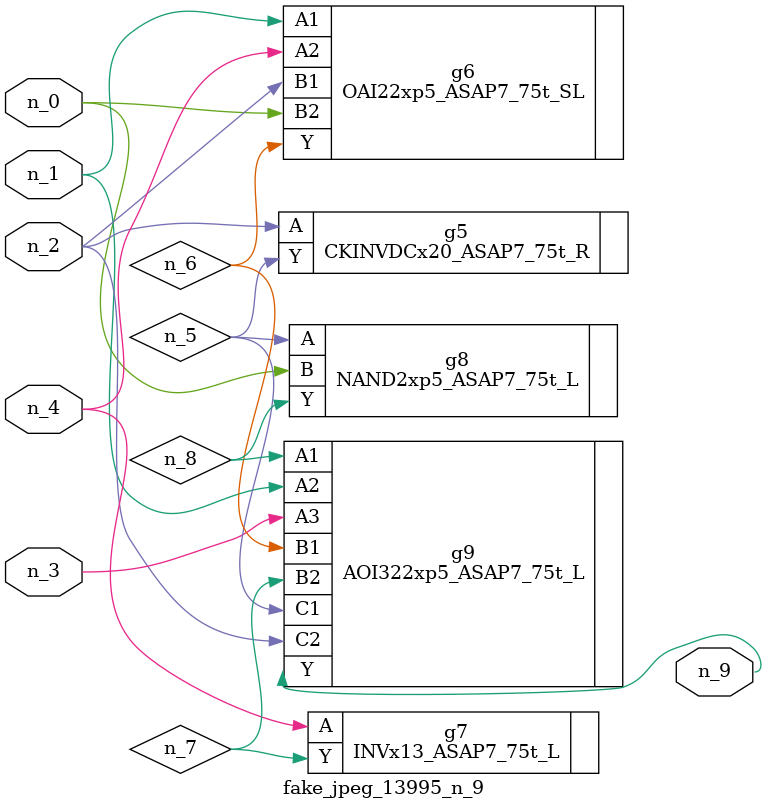
<source format=v>
module fake_jpeg_13995_n_9 (n_3, n_2, n_1, n_0, n_4, n_9);

input n_3;
input n_2;
input n_1;
input n_0;
input n_4;

output n_9;

wire n_8;
wire n_6;
wire n_5;
wire n_7;

CKINVDCx20_ASAP7_75t_R g5 ( 
.A(n_2),
.Y(n_5)
);

OAI22xp5_ASAP7_75t_SL g6 ( 
.A1(n_1),
.A2(n_4),
.B1(n_2),
.B2(n_0),
.Y(n_6)
);

INVx13_ASAP7_75t_L g7 ( 
.A(n_4),
.Y(n_7)
);

NAND2xp5_ASAP7_75t_L g8 ( 
.A(n_5),
.B(n_0),
.Y(n_8)
);

AOI322xp5_ASAP7_75t_L g9 ( 
.A1(n_8),
.A2(n_1),
.A3(n_3),
.B1(n_6),
.B2(n_7),
.C1(n_5),
.C2(n_2),
.Y(n_9)
);


endmodule
</source>
